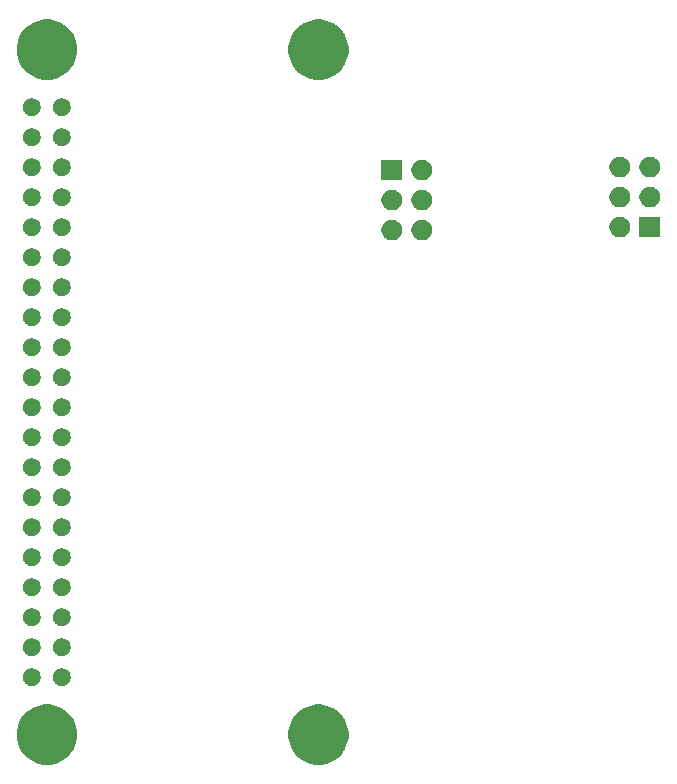
<source format=gbr>
G04 #@! TF.GenerationSoftware,KiCad,Pcbnew,(5.1.5)-3*
G04 #@! TF.CreationDate,2020-10-19T10:12:20-04:00*
G04 #@! TF.ProjectId,flight_computer,666c6967-6874-45f6-936f-6d7075746572,rev?*
G04 #@! TF.SameCoordinates,Original*
G04 #@! TF.FileFunction,Soldermask,Bot*
G04 #@! TF.FilePolarity,Negative*
%FSLAX46Y46*%
G04 Gerber Fmt 4.6, Leading zero omitted, Abs format (unit mm)*
G04 Created by KiCad (PCBNEW (5.1.5)-3) date 2020-10-19 10:12:20*
%MOMM*%
%LPD*%
G04 APERTURE LIST*
%ADD10C,0.100000*%
G04 APERTURE END LIST*
D10*
G36*
X106802098Y-129671033D02*
G01*
X107266350Y-129863332D01*
X107266352Y-129863333D01*
X107684168Y-130142509D01*
X108039491Y-130497832D01*
X108318667Y-130915648D01*
X108318668Y-130915650D01*
X108510967Y-131379902D01*
X108609000Y-131872747D01*
X108609000Y-132375253D01*
X108510967Y-132868098D01*
X108318668Y-133332350D01*
X108318667Y-133332352D01*
X108039491Y-133750168D01*
X107684168Y-134105491D01*
X107266352Y-134384667D01*
X107266351Y-134384668D01*
X107266350Y-134384668D01*
X106802098Y-134576967D01*
X106309253Y-134675000D01*
X105806747Y-134675000D01*
X105313902Y-134576967D01*
X104849650Y-134384668D01*
X104849649Y-134384668D01*
X104849648Y-134384667D01*
X104431832Y-134105491D01*
X104076509Y-133750168D01*
X103797333Y-133332352D01*
X103797332Y-133332350D01*
X103605033Y-132868098D01*
X103507000Y-132375253D01*
X103507000Y-131872747D01*
X103605033Y-131379902D01*
X103797332Y-130915650D01*
X103797333Y-130915648D01*
X104076509Y-130497832D01*
X104431832Y-130142509D01*
X104849648Y-129863333D01*
X104849650Y-129863332D01*
X105313902Y-129671033D01*
X105806747Y-129573000D01*
X106309253Y-129573000D01*
X106802098Y-129671033D01*
G37*
G36*
X83802098Y-129671033D02*
G01*
X84266350Y-129863332D01*
X84266352Y-129863333D01*
X84684168Y-130142509D01*
X85039491Y-130497832D01*
X85318667Y-130915648D01*
X85318668Y-130915650D01*
X85510967Y-131379902D01*
X85609000Y-131872747D01*
X85609000Y-132375253D01*
X85510967Y-132868098D01*
X85318668Y-133332350D01*
X85318667Y-133332352D01*
X85039491Y-133750168D01*
X84684168Y-134105491D01*
X84266352Y-134384667D01*
X84266351Y-134384668D01*
X84266350Y-134384668D01*
X83802098Y-134576967D01*
X83309253Y-134675000D01*
X82806747Y-134675000D01*
X82313902Y-134576967D01*
X81849650Y-134384668D01*
X81849649Y-134384668D01*
X81849648Y-134384667D01*
X81431832Y-134105491D01*
X81076509Y-133750168D01*
X80797333Y-133332352D01*
X80797332Y-133332350D01*
X80605033Y-132868098D01*
X80507000Y-132375253D01*
X80507000Y-131872747D01*
X80605033Y-131379902D01*
X80797332Y-130915650D01*
X80797333Y-130915648D01*
X81076509Y-130497832D01*
X81431832Y-130142509D01*
X81849648Y-129863333D01*
X81849650Y-129863332D01*
X82313902Y-129671033D01*
X82806747Y-129573000D01*
X83309253Y-129573000D01*
X83802098Y-129671033D01*
G37*
G36*
X81882425Y-126508599D02*
G01*
X82006621Y-126533302D01*
X82143022Y-126589801D01*
X82265779Y-126671825D01*
X82370175Y-126776221D01*
X82452199Y-126898978D01*
X82508698Y-127035379D01*
X82537500Y-127180181D01*
X82537500Y-127327819D01*
X82508698Y-127472621D01*
X82452199Y-127609022D01*
X82370175Y-127731779D01*
X82265779Y-127836175D01*
X82143022Y-127918199D01*
X82006621Y-127974698D01*
X81882425Y-127999401D01*
X81861820Y-128003500D01*
X81714180Y-128003500D01*
X81693575Y-127999401D01*
X81569379Y-127974698D01*
X81432978Y-127918199D01*
X81310221Y-127836175D01*
X81205825Y-127731779D01*
X81123801Y-127609022D01*
X81067302Y-127472621D01*
X81038500Y-127327819D01*
X81038500Y-127180181D01*
X81067302Y-127035379D01*
X81123801Y-126898978D01*
X81205825Y-126776221D01*
X81310221Y-126671825D01*
X81432978Y-126589801D01*
X81569379Y-126533302D01*
X81693575Y-126508599D01*
X81714180Y-126504500D01*
X81861820Y-126504500D01*
X81882425Y-126508599D01*
G37*
G36*
X84422425Y-126508599D02*
G01*
X84546621Y-126533302D01*
X84683022Y-126589801D01*
X84805779Y-126671825D01*
X84910175Y-126776221D01*
X84992199Y-126898978D01*
X85048698Y-127035379D01*
X85077500Y-127180181D01*
X85077500Y-127327819D01*
X85048698Y-127472621D01*
X84992199Y-127609022D01*
X84910175Y-127731779D01*
X84805779Y-127836175D01*
X84683022Y-127918199D01*
X84546621Y-127974698D01*
X84422425Y-127999401D01*
X84401820Y-128003500D01*
X84254180Y-128003500D01*
X84233575Y-127999401D01*
X84109379Y-127974698D01*
X83972978Y-127918199D01*
X83850221Y-127836175D01*
X83745825Y-127731779D01*
X83663801Y-127609022D01*
X83607302Y-127472621D01*
X83578500Y-127327819D01*
X83578500Y-127180181D01*
X83607302Y-127035379D01*
X83663801Y-126898978D01*
X83745825Y-126776221D01*
X83850221Y-126671825D01*
X83972978Y-126589801D01*
X84109379Y-126533302D01*
X84233575Y-126508599D01*
X84254180Y-126504500D01*
X84401820Y-126504500D01*
X84422425Y-126508599D01*
G37*
G36*
X81882425Y-123968599D02*
G01*
X82006621Y-123993302D01*
X82143022Y-124049801D01*
X82265779Y-124131825D01*
X82370175Y-124236221D01*
X82452199Y-124358978D01*
X82508698Y-124495379D01*
X82537500Y-124640181D01*
X82537500Y-124787819D01*
X82508698Y-124932621D01*
X82452199Y-125069022D01*
X82370175Y-125191779D01*
X82265779Y-125296175D01*
X82143022Y-125378199D01*
X82006621Y-125434698D01*
X81882425Y-125459401D01*
X81861820Y-125463500D01*
X81714180Y-125463500D01*
X81693575Y-125459401D01*
X81569379Y-125434698D01*
X81432978Y-125378199D01*
X81310221Y-125296175D01*
X81205825Y-125191779D01*
X81123801Y-125069022D01*
X81067302Y-124932621D01*
X81038500Y-124787819D01*
X81038500Y-124640181D01*
X81067302Y-124495379D01*
X81123801Y-124358978D01*
X81205825Y-124236221D01*
X81310221Y-124131825D01*
X81432978Y-124049801D01*
X81569379Y-123993302D01*
X81693575Y-123968599D01*
X81714180Y-123964500D01*
X81861820Y-123964500D01*
X81882425Y-123968599D01*
G37*
G36*
X84422425Y-123968599D02*
G01*
X84546621Y-123993302D01*
X84683022Y-124049801D01*
X84805779Y-124131825D01*
X84910175Y-124236221D01*
X84992199Y-124358978D01*
X85048698Y-124495379D01*
X85077500Y-124640181D01*
X85077500Y-124787819D01*
X85048698Y-124932621D01*
X84992199Y-125069022D01*
X84910175Y-125191779D01*
X84805779Y-125296175D01*
X84683022Y-125378199D01*
X84546621Y-125434698D01*
X84422425Y-125459401D01*
X84401820Y-125463500D01*
X84254180Y-125463500D01*
X84233575Y-125459401D01*
X84109379Y-125434698D01*
X83972978Y-125378199D01*
X83850221Y-125296175D01*
X83745825Y-125191779D01*
X83663801Y-125069022D01*
X83607302Y-124932621D01*
X83578500Y-124787819D01*
X83578500Y-124640181D01*
X83607302Y-124495379D01*
X83663801Y-124358978D01*
X83745825Y-124236221D01*
X83850221Y-124131825D01*
X83972978Y-124049801D01*
X84109379Y-123993302D01*
X84233575Y-123968599D01*
X84254180Y-123964500D01*
X84401820Y-123964500D01*
X84422425Y-123968599D01*
G37*
G36*
X84422425Y-121428599D02*
G01*
X84546621Y-121453302D01*
X84683022Y-121509801D01*
X84805779Y-121591825D01*
X84910175Y-121696221D01*
X84992199Y-121818978D01*
X85048698Y-121955379D01*
X85077500Y-122100181D01*
X85077500Y-122247819D01*
X85048698Y-122392621D01*
X84992199Y-122529022D01*
X84910175Y-122651779D01*
X84805779Y-122756175D01*
X84683022Y-122838199D01*
X84546621Y-122894698D01*
X84422425Y-122919401D01*
X84401820Y-122923500D01*
X84254180Y-122923500D01*
X84233575Y-122919401D01*
X84109379Y-122894698D01*
X83972978Y-122838199D01*
X83850221Y-122756175D01*
X83745825Y-122651779D01*
X83663801Y-122529022D01*
X83607302Y-122392621D01*
X83578500Y-122247819D01*
X83578500Y-122100181D01*
X83607302Y-121955379D01*
X83663801Y-121818978D01*
X83745825Y-121696221D01*
X83850221Y-121591825D01*
X83972978Y-121509801D01*
X84109379Y-121453302D01*
X84233575Y-121428599D01*
X84254180Y-121424500D01*
X84401820Y-121424500D01*
X84422425Y-121428599D01*
G37*
G36*
X81882425Y-121428599D02*
G01*
X82006621Y-121453302D01*
X82143022Y-121509801D01*
X82265779Y-121591825D01*
X82370175Y-121696221D01*
X82452199Y-121818978D01*
X82508698Y-121955379D01*
X82537500Y-122100181D01*
X82537500Y-122247819D01*
X82508698Y-122392621D01*
X82452199Y-122529022D01*
X82370175Y-122651779D01*
X82265779Y-122756175D01*
X82143022Y-122838199D01*
X82006621Y-122894698D01*
X81882425Y-122919401D01*
X81861820Y-122923500D01*
X81714180Y-122923500D01*
X81693575Y-122919401D01*
X81569379Y-122894698D01*
X81432978Y-122838199D01*
X81310221Y-122756175D01*
X81205825Y-122651779D01*
X81123801Y-122529022D01*
X81067302Y-122392621D01*
X81038500Y-122247819D01*
X81038500Y-122100181D01*
X81067302Y-121955379D01*
X81123801Y-121818978D01*
X81205825Y-121696221D01*
X81310221Y-121591825D01*
X81432978Y-121509801D01*
X81569379Y-121453302D01*
X81693575Y-121428599D01*
X81714180Y-121424500D01*
X81861820Y-121424500D01*
X81882425Y-121428599D01*
G37*
G36*
X84422425Y-118888599D02*
G01*
X84546621Y-118913302D01*
X84683022Y-118969801D01*
X84805779Y-119051825D01*
X84910175Y-119156221D01*
X84992199Y-119278978D01*
X85048698Y-119415379D01*
X85077500Y-119560181D01*
X85077500Y-119707819D01*
X85048698Y-119852621D01*
X84992199Y-119989022D01*
X84910175Y-120111779D01*
X84805779Y-120216175D01*
X84683022Y-120298199D01*
X84546621Y-120354698D01*
X84422425Y-120379401D01*
X84401820Y-120383500D01*
X84254180Y-120383500D01*
X84233575Y-120379401D01*
X84109379Y-120354698D01*
X83972978Y-120298199D01*
X83850221Y-120216175D01*
X83745825Y-120111779D01*
X83663801Y-119989022D01*
X83607302Y-119852621D01*
X83578500Y-119707819D01*
X83578500Y-119560181D01*
X83607302Y-119415379D01*
X83663801Y-119278978D01*
X83745825Y-119156221D01*
X83850221Y-119051825D01*
X83972978Y-118969801D01*
X84109379Y-118913302D01*
X84233575Y-118888599D01*
X84254180Y-118884500D01*
X84401820Y-118884500D01*
X84422425Y-118888599D01*
G37*
G36*
X81882425Y-118888599D02*
G01*
X82006621Y-118913302D01*
X82143022Y-118969801D01*
X82265779Y-119051825D01*
X82370175Y-119156221D01*
X82452199Y-119278978D01*
X82508698Y-119415379D01*
X82537500Y-119560181D01*
X82537500Y-119707819D01*
X82508698Y-119852621D01*
X82452199Y-119989022D01*
X82370175Y-120111779D01*
X82265779Y-120216175D01*
X82143022Y-120298199D01*
X82006621Y-120354698D01*
X81882425Y-120379401D01*
X81861820Y-120383500D01*
X81714180Y-120383500D01*
X81693575Y-120379401D01*
X81569379Y-120354698D01*
X81432978Y-120298199D01*
X81310221Y-120216175D01*
X81205825Y-120111779D01*
X81123801Y-119989022D01*
X81067302Y-119852621D01*
X81038500Y-119707819D01*
X81038500Y-119560181D01*
X81067302Y-119415379D01*
X81123801Y-119278978D01*
X81205825Y-119156221D01*
X81310221Y-119051825D01*
X81432978Y-118969801D01*
X81569379Y-118913302D01*
X81693575Y-118888599D01*
X81714180Y-118884500D01*
X81861820Y-118884500D01*
X81882425Y-118888599D01*
G37*
G36*
X81882425Y-116348599D02*
G01*
X82006621Y-116373302D01*
X82143022Y-116429801D01*
X82265779Y-116511825D01*
X82370175Y-116616221D01*
X82452199Y-116738978D01*
X82508698Y-116875379D01*
X82537500Y-117020181D01*
X82537500Y-117167819D01*
X82508698Y-117312621D01*
X82452199Y-117449022D01*
X82370175Y-117571779D01*
X82265779Y-117676175D01*
X82143022Y-117758199D01*
X82006621Y-117814698D01*
X81882425Y-117839401D01*
X81861820Y-117843500D01*
X81714180Y-117843500D01*
X81693575Y-117839401D01*
X81569379Y-117814698D01*
X81432978Y-117758199D01*
X81310221Y-117676175D01*
X81205825Y-117571779D01*
X81123801Y-117449022D01*
X81067302Y-117312621D01*
X81038500Y-117167819D01*
X81038500Y-117020181D01*
X81067302Y-116875379D01*
X81123801Y-116738978D01*
X81205825Y-116616221D01*
X81310221Y-116511825D01*
X81432978Y-116429801D01*
X81569379Y-116373302D01*
X81693575Y-116348599D01*
X81714180Y-116344500D01*
X81861820Y-116344500D01*
X81882425Y-116348599D01*
G37*
G36*
X84422425Y-116348599D02*
G01*
X84546621Y-116373302D01*
X84683022Y-116429801D01*
X84805779Y-116511825D01*
X84910175Y-116616221D01*
X84992199Y-116738978D01*
X85048698Y-116875379D01*
X85077500Y-117020181D01*
X85077500Y-117167819D01*
X85048698Y-117312621D01*
X84992199Y-117449022D01*
X84910175Y-117571779D01*
X84805779Y-117676175D01*
X84683022Y-117758199D01*
X84546621Y-117814698D01*
X84422425Y-117839401D01*
X84401820Y-117843500D01*
X84254180Y-117843500D01*
X84233575Y-117839401D01*
X84109379Y-117814698D01*
X83972978Y-117758199D01*
X83850221Y-117676175D01*
X83745825Y-117571779D01*
X83663801Y-117449022D01*
X83607302Y-117312621D01*
X83578500Y-117167819D01*
X83578500Y-117020181D01*
X83607302Y-116875379D01*
X83663801Y-116738978D01*
X83745825Y-116616221D01*
X83850221Y-116511825D01*
X83972978Y-116429801D01*
X84109379Y-116373302D01*
X84233575Y-116348599D01*
X84254180Y-116344500D01*
X84401820Y-116344500D01*
X84422425Y-116348599D01*
G37*
G36*
X84422425Y-113808599D02*
G01*
X84546621Y-113833302D01*
X84683022Y-113889801D01*
X84805779Y-113971825D01*
X84910175Y-114076221D01*
X84992199Y-114198978D01*
X85048698Y-114335379D01*
X85077500Y-114480181D01*
X85077500Y-114627819D01*
X85048698Y-114772621D01*
X84992199Y-114909022D01*
X84910175Y-115031779D01*
X84805779Y-115136175D01*
X84683022Y-115218199D01*
X84546621Y-115274698D01*
X84422425Y-115299401D01*
X84401820Y-115303500D01*
X84254180Y-115303500D01*
X84233575Y-115299401D01*
X84109379Y-115274698D01*
X83972978Y-115218199D01*
X83850221Y-115136175D01*
X83745825Y-115031779D01*
X83663801Y-114909022D01*
X83607302Y-114772621D01*
X83578500Y-114627819D01*
X83578500Y-114480181D01*
X83607302Y-114335379D01*
X83663801Y-114198978D01*
X83745825Y-114076221D01*
X83850221Y-113971825D01*
X83972978Y-113889801D01*
X84109379Y-113833302D01*
X84233575Y-113808599D01*
X84254180Y-113804500D01*
X84401820Y-113804500D01*
X84422425Y-113808599D01*
G37*
G36*
X81882425Y-113808599D02*
G01*
X82006621Y-113833302D01*
X82143022Y-113889801D01*
X82265779Y-113971825D01*
X82370175Y-114076221D01*
X82452199Y-114198978D01*
X82508698Y-114335379D01*
X82537500Y-114480181D01*
X82537500Y-114627819D01*
X82508698Y-114772621D01*
X82452199Y-114909022D01*
X82370175Y-115031779D01*
X82265779Y-115136175D01*
X82143022Y-115218199D01*
X82006621Y-115274698D01*
X81882425Y-115299401D01*
X81861820Y-115303500D01*
X81714180Y-115303500D01*
X81693575Y-115299401D01*
X81569379Y-115274698D01*
X81432978Y-115218199D01*
X81310221Y-115136175D01*
X81205825Y-115031779D01*
X81123801Y-114909022D01*
X81067302Y-114772621D01*
X81038500Y-114627819D01*
X81038500Y-114480181D01*
X81067302Y-114335379D01*
X81123801Y-114198978D01*
X81205825Y-114076221D01*
X81310221Y-113971825D01*
X81432978Y-113889801D01*
X81569379Y-113833302D01*
X81693575Y-113808599D01*
X81714180Y-113804500D01*
X81861820Y-113804500D01*
X81882425Y-113808599D01*
G37*
G36*
X81882425Y-111268599D02*
G01*
X82006621Y-111293302D01*
X82143022Y-111349801D01*
X82265779Y-111431825D01*
X82370175Y-111536221D01*
X82452199Y-111658978D01*
X82508698Y-111795379D01*
X82537500Y-111940181D01*
X82537500Y-112087819D01*
X82508698Y-112232621D01*
X82452199Y-112369022D01*
X82370175Y-112491779D01*
X82265779Y-112596175D01*
X82143022Y-112678199D01*
X82006621Y-112734698D01*
X81882425Y-112759401D01*
X81861820Y-112763500D01*
X81714180Y-112763500D01*
X81693575Y-112759401D01*
X81569379Y-112734698D01*
X81432978Y-112678199D01*
X81310221Y-112596175D01*
X81205825Y-112491779D01*
X81123801Y-112369022D01*
X81067302Y-112232621D01*
X81038500Y-112087819D01*
X81038500Y-111940181D01*
X81067302Y-111795379D01*
X81123801Y-111658978D01*
X81205825Y-111536221D01*
X81310221Y-111431825D01*
X81432978Y-111349801D01*
X81569379Y-111293302D01*
X81693575Y-111268599D01*
X81714180Y-111264500D01*
X81861820Y-111264500D01*
X81882425Y-111268599D01*
G37*
G36*
X84422425Y-111268599D02*
G01*
X84546621Y-111293302D01*
X84683022Y-111349801D01*
X84805779Y-111431825D01*
X84910175Y-111536221D01*
X84992199Y-111658978D01*
X85048698Y-111795379D01*
X85077500Y-111940181D01*
X85077500Y-112087819D01*
X85048698Y-112232621D01*
X84992199Y-112369022D01*
X84910175Y-112491779D01*
X84805779Y-112596175D01*
X84683022Y-112678199D01*
X84546621Y-112734698D01*
X84422425Y-112759401D01*
X84401820Y-112763500D01*
X84254180Y-112763500D01*
X84233575Y-112759401D01*
X84109379Y-112734698D01*
X83972978Y-112678199D01*
X83850221Y-112596175D01*
X83745825Y-112491779D01*
X83663801Y-112369022D01*
X83607302Y-112232621D01*
X83578500Y-112087819D01*
X83578500Y-111940181D01*
X83607302Y-111795379D01*
X83663801Y-111658978D01*
X83745825Y-111536221D01*
X83850221Y-111431825D01*
X83972978Y-111349801D01*
X84109379Y-111293302D01*
X84233575Y-111268599D01*
X84254180Y-111264500D01*
X84401820Y-111264500D01*
X84422425Y-111268599D01*
G37*
G36*
X81882425Y-108728599D02*
G01*
X82006621Y-108753302D01*
X82143022Y-108809801D01*
X82265779Y-108891825D01*
X82370175Y-108996221D01*
X82452199Y-109118978D01*
X82508698Y-109255379D01*
X82537500Y-109400181D01*
X82537500Y-109547819D01*
X82508698Y-109692621D01*
X82452199Y-109829022D01*
X82370175Y-109951779D01*
X82265779Y-110056175D01*
X82143022Y-110138199D01*
X82006621Y-110194698D01*
X81882425Y-110219401D01*
X81861820Y-110223500D01*
X81714180Y-110223500D01*
X81693575Y-110219401D01*
X81569379Y-110194698D01*
X81432978Y-110138199D01*
X81310221Y-110056175D01*
X81205825Y-109951779D01*
X81123801Y-109829022D01*
X81067302Y-109692621D01*
X81038500Y-109547819D01*
X81038500Y-109400181D01*
X81067302Y-109255379D01*
X81123801Y-109118978D01*
X81205825Y-108996221D01*
X81310221Y-108891825D01*
X81432978Y-108809801D01*
X81569379Y-108753302D01*
X81693575Y-108728599D01*
X81714180Y-108724500D01*
X81861820Y-108724500D01*
X81882425Y-108728599D01*
G37*
G36*
X84422425Y-108728599D02*
G01*
X84546621Y-108753302D01*
X84683022Y-108809801D01*
X84805779Y-108891825D01*
X84910175Y-108996221D01*
X84992199Y-109118978D01*
X85048698Y-109255379D01*
X85077500Y-109400181D01*
X85077500Y-109547819D01*
X85048698Y-109692621D01*
X84992199Y-109829022D01*
X84910175Y-109951779D01*
X84805779Y-110056175D01*
X84683022Y-110138199D01*
X84546621Y-110194698D01*
X84422425Y-110219401D01*
X84401820Y-110223500D01*
X84254180Y-110223500D01*
X84233575Y-110219401D01*
X84109379Y-110194698D01*
X83972978Y-110138199D01*
X83850221Y-110056175D01*
X83745825Y-109951779D01*
X83663801Y-109829022D01*
X83607302Y-109692621D01*
X83578500Y-109547819D01*
X83578500Y-109400181D01*
X83607302Y-109255379D01*
X83663801Y-109118978D01*
X83745825Y-108996221D01*
X83850221Y-108891825D01*
X83972978Y-108809801D01*
X84109379Y-108753302D01*
X84233575Y-108728599D01*
X84254180Y-108724500D01*
X84401820Y-108724500D01*
X84422425Y-108728599D01*
G37*
G36*
X81882425Y-106188599D02*
G01*
X82006621Y-106213302D01*
X82143022Y-106269801D01*
X82265779Y-106351825D01*
X82370175Y-106456221D01*
X82452199Y-106578978D01*
X82508698Y-106715379D01*
X82537500Y-106860181D01*
X82537500Y-107007819D01*
X82508698Y-107152621D01*
X82452199Y-107289022D01*
X82370175Y-107411779D01*
X82265779Y-107516175D01*
X82143022Y-107598199D01*
X82006621Y-107654698D01*
X81882425Y-107679401D01*
X81861820Y-107683500D01*
X81714180Y-107683500D01*
X81693575Y-107679401D01*
X81569379Y-107654698D01*
X81432978Y-107598199D01*
X81310221Y-107516175D01*
X81205825Y-107411779D01*
X81123801Y-107289022D01*
X81067302Y-107152621D01*
X81038500Y-107007819D01*
X81038500Y-106860181D01*
X81067302Y-106715379D01*
X81123801Y-106578978D01*
X81205825Y-106456221D01*
X81310221Y-106351825D01*
X81432978Y-106269801D01*
X81569379Y-106213302D01*
X81693575Y-106188599D01*
X81714180Y-106184500D01*
X81861820Y-106184500D01*
X81882425Y-106188599D01*
G37*
G36*
X84422425Y-106188599D02*
G01*
X84546621Y-106213302D01*
X84683022Y-106269801D01*
X84805779Y-106351825D01*
X84910175Y-106456221D01*
X84992199Y-106578978D01*
X85048698Y-106715379D01*
X85077500Y-106860181D01*
X85077500Y-107007819D01*
X85048698Y-107152621D01*
X84992199Y-107289022D01*
X84910175Y-107411779D01*
X84805779Y-107516175D01*
X84683022Y-107598199D01*
X84546621Y-107654698D01*
X84422425Y-107679401D01*
X84401820Y-107683500D01*
X84254180Y-107683500D01*
X84233575Y-107679401D01*
X84109379Y-107654698D01*
X83972978Y-107598199D01*
X83850221Y-107516175D01*
X83745825Y-107411779D01*
X83663801Y-107289022D01*
X83607302Y-107152621D01*
X83578500Y-107007819D01*
X83578500Y-106860181D01*
X83607302Y-106715379D01*
X83663801Y-106578978D01*
X83745825Y-106456221D01*
X83850221Y-106351825D01*
X83972978Y-106269801D01*
X84109379Y-106213302D01*
X84233575Y-106188599D01*
X84254180Y-106184500D01*
X84401820Y-106184500D01*
X84422425Y-106188599D01*
G37*
G36*
X81882425Y-103648599D02*
G01*
X82006621Y-103673302D01*
X82143022Y-103729801D01*
X82265779Y-103811825D01*
X82370175Y-103916221D01*
X82452199Y-104038978D01*
X82508698Y-104175379D01*
X82537500Y-104320181D01*
X82537500Y-104467819D01*
X82508698Y-104612621D01*
X82452199Y-104749022D01*
X82370175Y-104871779D01*
X82265779Y-104976175D01*
X82143022Y-105058199D01*
X82006621Y-105114698D01*
X81882425Y-105139401D01*
X81861820Y-105143500D01*
X81714180Y-105143500D01*
X81693575Y-105139401D01*
X81569379Y-105114698D01*
X81432978Y-105058199D01*
X81310221Y-104976175D01*
X81205825Y-104871779D01*
X81123801Y-104749022D01*
X81067302Y-104612621D01*
X81038500Y-104467819D01*
X81038500Y-104320181D01*
X81067302Y-104175379D01*
X81123801Y-104038978D01*
X81205825Y-103916221D01*
X81310221Y-103811825D01*
X81432978Y-103729801D01*
X81569379Y-103673302D01*
X81693575Y-103648599D01*
X81714180Y-103644500D01*
X81861820Y-103644500D01*
X81882425Y-103648599D01*
G37*
G36*
X84422425Y-103648599D02*
G01*
X84546621Y-103673302D01*
X84683022Y-103729801D01*
X84805779Y-103811825D01*
X84910175Y-103916221D01*
X84992199Y-104038978D01*
X85048698Y-104175379D01*
X85077500Y-104320181D01*
X85077500Y-104467819D01*
X85048698Y-104612621D01*
X84992199Y-104749022D01*
X84910175Y-104871779D01*
X84805779Y-104976175D01*
X84683022Y-105058199D01*
X84546621Y-105114698D01*
X84422425Y-105139401D01*
X84401820Y-105143500D01*
X84254180Y-105143500D01*
X84233575Y-105139401D01*
X84109379Y-105114698D01*
X83972978Y-105058199D01*
X83850221Y-104976175D01*
X83745825Y-104871779D01*
X83663801Y-104749022D01*
X83607302Y-104612621D01*
X83578500Y-104467819D01*
X83578500Y-104320181D01*
X83607302Y-104175379D01*
X83663801Y-104038978D01*
X83745825Y-103916221D01*
X83850221Y-103811825D01*
X83972978Y-103729801D01*
X84109379Y-103673302D01*
X84233575Y-103648599D01*
X84254180Y-103644500D01*
X84401820Y-103644500D01*
X84422425Y-103648599D01*
G37*
G36*
X81882425Y-101108599D02*
G01*
X82006621Y-101133302D01*
X82143022Y-101189801D01*
X82265779Y-101271825D01*
X82370175Y-101376221D01*
X82452199Y-101498978D01*
X82508698Y-101635379D01*
X82537500Y-101780181D01*
X82537500Y-101927819D01*
X82508698Y-102072621D01*
X82452199Y-102209022D01*
X82370175Y-102331779D01*
X82265779Y-102436175D01*
X82143022Y-102518199D01*
X82006621Y-102574698D01*
X81882425Y-102599401D01*
X81861820Y-102603500D01*
X81714180Y-102603500D01*
X81693575Y-102599401D01*
X81569379Y-102574698D01*
X81432978Y-102518199D01*
X81310221Y-102436175D01*
X81205825Y-102331779D01*
X81123801Y-102209022D01*
X81067302Y-102072621D01*
X81038500Y-101927819D01*
X81038500Y-101780181D01*
X81067302Y-101635379D01*
X81123801Y-101498978D01*
X81205825Y-101376221D01*
X81310221Y-101271825D01*
X81432978Y-101189801D01*
X81569379Y-101133302D01*
X81693575Y-101108599D01*
X81714180Y-101104500D01*
X81861820Y-101104500D01*
X81882425Y-101108599D01*
G37*
G36*
X84422425Y-101108599D02*
G01*
X84546621Y-101133302D01*
X84683022Y-101189801D01*
X84805779Y-101271825D01*
X84910175Y-101376221D01*
X84992199Y-101498978D01*
X85048698Y-101635379D01*
X85077500Y-101780181D01*
X85077500Y-101927819D01*
X85048698Y-102072621D01*
X84992199Y-102209022D01*
X84910175Y-102331779D01*
X84805779Y-102436175D01*
X84683022Y-102518199D01*
X84546621Y-102574698D01*
X84422425Y-102599401D01*
X84401820Y-102603500D01*
X84254180Y-102603500D01*
X84233575Y-102599401D01*
X84109379Y-102574698D01*
X83972978Y-102518199D01*
X83850221Y-102436175D01*
X83745825Y-102331779D01*
X83663801Y-102209022D01*
X83607302Y-102072621D01*
X83578500Y-101927819D01*
X83578500Y-101780181D01*
X83607302Y-101635379D01*
X83663801Y-101498978D01*
X83745825Y-101376221D01*
X83850221Y-101271825D01*
X83972978Y-101189801D01*
X84109379Y-101133302D01*
X84233575Y-101108599D01*
X84254180Y-101104500D01*
X84401820Y-101104500D01*
X84422425Y-101108599D01*
G37*
G36*
X81882425Y-98568599D02*
G01*
X82006621Y-98593302D01*
X82143022Y-98649801D01*
X82265779Y-98731825D01*
X82370175Y-98836221D01*
X82452199Y-98958978D01*
X82508698Y-99095379D01*
X82537500Y-99240181D01*
X82537500Y-99387819D01*
X82508698Y-99532621D01*
X82452199Y-99669022D01*
X82370175Y-99791779D01*
X82265779Y-99896175D01*
X82143022Y-99978199D01*
X82006621Y-100034698D01*
X81882425Y-100059401D01*
X81861820Y-100063500D01*
X81714180Y-100063500D01*
X81693575Y-100059401D01*
X81569379Y-100034698D01*
X81432978Y-99978199D01*
X81310221Y-99896175D01*
X81205825Y-99791779D01*
X81123801Y-99669022D01*
X81067302Y-99532621D01*
X81038500Y-99387819D01*
X81038500Y-99240181D01*
X81067302Y-99095379D01*
X81123801Y-98958978D01*
X81205825Y-98836221D01*
X81310221Y-98731825D01*
X81432978Y-98649801D01*
X81569379Y-98593302D01*
X81693575Y-98568599D01*
X81714180Y-98564500D01*
X81861820Y-98564500D01*
X81882425Y-98568599D01*
G37*
G36*
X84422425Y-98568599D02*
G01*
X84546621Y-98593302D01*
X84683022Y-98649801D01*
X84805779Y-98731825D01*
X84910175Y-98836221D01*
X84992199Y-98958978D01*
X85048698Y-99095379D01*
X85077500Y-99240181D01*
X85077500Y-99387819D01*
X85048698Y-99532621D01*
X84992199Y-99669022D01*
X84910175Y-99791779D01*
X84805779Y-99896175D01*
X84683022Y-99978199D01*
X84546621Y-100034698D01*
X84422425Y-100059401D01*
X84401820Y-100063500D01*
X84254180Y-100063500D01*
X84233575Y-100059401D01*
X84109379Y-100034698D01*
X83972978Y-99978199D01*
X83850221Y-99896175D01*
X83745825Y-99791779D01*
X83663801Y-99669022D01*
X83607302Y-99532621D01*
X83578500Y-99387819D01*
X83578500Y-99240181D01*
X83607302Y-99095379D01*
X83663801Y-98958978D01*
X83745825Y-98836221D01*
X83850221Y-98731825D01*
X83972978Y-98649801D01*
X84109379Y-98593302D01*
X84233575Y-98568599D01*
X84254180Y-98564500D01*
X84401820Y-98564500D01*
X84422425Y-98568599D01*
G37*
G36*
X84422425Y-96028599D02*
G01*
X84546621Y-96053302D01*
X84683022Y-96109801D01*
X84805779Y-96191825D01*
X84910175Y-96296221D01*
X84992199Y-96418978D01*
X85048698Y-96555379D01*
X85077500Y-96700181D01*
X85077500Y-96847819D01*
X85048698Y-96992621D01*
X84992199Y-97129022D01*
X84910175Y-97251779D01*
X84805779Y-97356175D01*
X84683022Y-97438199D01*
X84546621Y-97494698D01*
X84422425Y-97519401D01*
X84401820Y-97523500D01*
X84254180Y-97523500D01*
X84233575Y-97519401D01*
X84109379Y-97494698D01*
X83972978Y-97438199D01*
X83850221Y-97356175D01*
X83745825Y-97251779D01*
X83663801Y-97129022D01*
X83607302Y-96992621D01*
X83578500Y-96847819D01*
X83578500Y-96700181D01*
X83607302Y-96555379D01*
X83663801Y-96418978D01*
X83745825Y-96296221D01*
X83850221Y-96191825D01*
X83972978Y-96109801D01*
X84109379Y-96053302D01*
X84233575Y-96028599D01*
X84254180Y-96024500D01*
X84401820Y-96024500D01*
X84422425Y-96028599D01*
G37*
G36*
X81882425Y-96028599D02*
G01*
X82006621Y-96053302D01*
X82143022Y-96109801D01*
X82265779Y-96191825D01*
X82370175Y-96296221D01*
X82452199Y-96418978D01*
X82508698Y-96555379D01*
X82537500Y-96700181D01*
X82537500Y-96847819D01*
X82508698Y-96992621D01*
X82452199Y-97129022D01*
X82370175Y-97251779D01*
X82265779Y-97356175D01*
X82143022Y-97438199D01*
X82006621Y-97494698D01*
X81882425Y-97519401D01*
X81861820Y-97523500D01*
X81714180Y-97523500D01*
X81693575Y-97519401D01*
X81569379Y-97494698D01*
X81432978Y-97438199D01*
X81310221Y-97356175D01*
X81205825Y-97251779D01*
X81123801Y-97129022D01*
X81067302Y-96992621D01*
X81038500Y-96847819D01*
X81038500Y-96700181D01*
X81067302Y-96555379D01*
X81123801Y-96418978D01*
X81205825Y-96296221D01*
X81310221Y-96191825D01*
X81432978Y-96109801D01*
X81569379Y-96053302D01*
X81693575Y-96028599D01*
X81714180Y-96024500D01*
X81861820Y-96024500D01*
X81882425Y-96028599D01*
G37*
G36*
X81882425Y-93488599D02*
G01*
X82006621Y-93513302D01*
X82143022Y-93569801D01*
X82265779Y-93651825D01*
X82370175Y-93756221D01*
X82452199Y-93878978D01*
X82508698Y-94015379D01*
X82537500Y-94160181D01*
X82537500Y-94307819D01*
X82508698Y-94452621D01*
X82452199Y-94589022D01*
X82370175Y-94711779D01*
X82265779Y-94816175D01*
X82143022Y-94898199D01*
X82006621Y-94954698D01*
X81882425Y-94979401D01*
X81861820Y-94983500D01*
X81714180Y-94983500D01*
X81693575Y-94979401D01*
X81569379Y-94954698D01*
X81432978Y-94898199D01*
X81310221Y-94816175D01*
X81205825Y-94711779D01*
X81123801Y-94589022D01*
X81067302Y-94452621D01*
X81038500Y-94307819D01*
X81038500Y-94160181D01*
X81067302Y-94015379D01*
X81123801Y-93878978D01*
X81205825Y-93756221D01*
X81310221Y-93651825D01*
X81432978Y-93569801D01*
X81569379Y-93513302D01*
X81693575Y-93488599D01*
X81714180Y-93484500D01*
X81861820Y-93484500D01*
X81882425Y-93488599D01*
G37*
G36*
X84422425Y-93488599D02*
G01*
X84546621Y-93513302D01*
X84683022Y-93569801D01*
X84805779Y-93651825D01*
X84910175Y-93756221D01*
X84992199Y-93878978D01*
X85048698Y-94015379D01*
X85077500Y-94160181D01*
X85077500Y-94307819D01*
X85048698Y-94452621D01*
X84992199Y-94589022D01*
X84910175Y-94711779D01*
X84805779Y-94816175D01*
X84683022Y-94898199D01*
X84546621Y-94954698D01*
X84422425Y-94979401D01*
X84401820Y-94983500D01*
X84254180Y-94983500D01*
X84233575Y-94979401D01*
X84109379Y-94954698D01*
X83972978Y-94898199D01*
X83850221Y-94816175D01*
X83745825Y-94711779D01*
X83663801Y-94589022D01*
X83607302Y-94452621D01*
X83578500Y-94307819D01*
X83578500Y-94160181D01*
X83607302Y-94015379D01*
X83663801Y-93878978D01*
X83745825Y-93756221D01*
X83850221Y-93651825D01*
X83972978Y-93569801D01*
X84109379Y-93513302D01*
X84233575Y-93488599D01*
X84254180Y-93484500D01*
X84401820Y-93484500D01*
X84422425Y-93488599D01*
G37*
G36*
X81882425Y-90948599D02*
G01*
X82006621Y-90973302D01*
X82143022Y-91029801D01*
X82265779Y-91111825D01*
X82370175Y-91216221D01*
X82452199Y-91338978D01*
X82508698Y-91475379D01*
X82537500Y-91620181D01*
X82537500Y-91767819D01*
X82508698Y-91912621D01*
X82452199Y-92049022D01*
X82370175Y-92171779D01*
X82265779Y-92276175D01*
X82143022Y-92358199D01*
X82006621Y-92414698D01*
X81882425Y-92439401D01*
X81861820Y-92443500D01*
X81714180Y-92443500D01*
X81693575Y-92439401D01*
X81569379Y-92414698D01*
X81432978Y-92358199D01*
X81310221Y-92276175D01*
X81205825Y-92171779D01*
X81123801Y-92049022D01*
X81067302Y-91912621D01*
X81038500Y-91767819D01*
X81038500Y-91620181D01*
X81067302Y-91475379D01*
X81123801Y-91338978D01*
X81205825Y-91216221D01*
X81310221Y-91111825D01*
X81432978Y-91029801D01*
X81569379Y-90973302D01*
X81693575Y-90948599D01*
X81714180Y-90944500D01*
X81861820Y-90944500D01*
X81882425Y-90948599D01*
G37*
G36*
X84422425Y-90948599D02*
G01*
X84546621Y-90973302D01*
X84683022Y-91029801D01*
X84805779Y-91111825D01*
X84910175Y-91216221D01*
X84992199Y-91338978D01*
X85048698Y-91475379D01*
X85077500Y-91620181D01*
X85077500Y-91767819D01*
X85048698Y-91912621D01*
X84992199Y-92049022D01*
X84910175Y-92171779D01*
X84805779Y-92276175D01*
X84683022Y-92358199D01*
X84546621Y-92414698D01*
X84422425Y-92439401D01*
X84401820Y-92443500D01*
X84254180Y-92443500D01*
X84233575Y-92439401D01*
X84109379Y-92414698D01*
X83972978Y-92358199D01*
X83850221Y-92276175D01*
X83745825Y-92171779D01*
X83663801Y-92049022D01*
X83607302Y-91912621D01*
X83578500Y-91767819D01*
X83578500Y-91620181D01*
X83607302Y-91475379D01*
X83663801Y-91338978D01*
X83745825Y-91216221D01*
X83850221Y-91111825D01*
X83972978Y-91029801D01*
X84109379Y-90973302D01*
X84233575Y-90948599D01*
X84254180Y-90944500D01*
X84401820Y-90944500D01*
X84422425Y-90948599D01*
G37*
G36*
X112438997Y-88548342D02*
G01*
X112523666Y-88565183D01*
X112589738Y-88592551D01*
X112683177Y-88631255D01*
X112826736Y-88727178D01*
X112948822Y-88849264D01*
X113044745Y-88992823D01*
X113110817Y-89152335D01*
X113144500Y-89321671D01*
X113144500Y-89494329D01*
X113110817Y-89663665D01*
X113044745Y-89823177D01*
X112948822Y-89966736D01*
X112826736Y-90088822D01*
X112683177Y-90184745D01*
X112589738Y-90223449D01*
X112523666Y-90250817D01*
X112438997Y-90267658D01*
X112354329Y-90284500D01*
X112181671Y-90284500D01*
X112097003Y-90267658D01*
X112012334Y-90250817D01*
X111946262Y-90223449D01*
X111852823Y-90184745D01*
X111709264Y-90088822D01*
X111587178Y-89966736D01*
X111491255Y-89823177D01*
X111425183Y-89663665D01*
X111391500Y-89494329D01*
X111391500Y-89321671D01*
X111425183Y-89152335D01*
X111491255Y-88992823D01*
X111587178Y-88849264D01*
X111709264Y-88727178D01*
X111852823Y-88631255D01*
X111946262Y-88592551D01*
X112012334Y-88565183D01*
X112097003Y-88548342D01*
X112181671Y-88531500D01*
X112354329Y-88531500D01*
X112438997Y-88548342D01*
G37*
G36*
X114978997Y-88548342D02*
G01*
X115063666Y-88565183D01*
X115129738Y-88592551D01*
X115223177Y-88631255D01*
X115366736Y-88727178D01*
X115488822Y-88849264D01*
X115584745Y-88992823D01*
X115650817Y-89152335D01*
X115684500Y-89321671D01*
X115684500Y-89494329D01*
X115650817Y-89663665D01*
X115584745Y-89823177D01*
X115488822Y-89966736D01*
X115366736Y-90088822D01*
X115223177Y-90184745D01*
X115129738Y-90223449D01*
X115063666Y-90250817D01*
X114978997Y-90267658D01*
X114894329Y-90284500D01*
X114721671Y-90284500D01*
X114637003Y-90267658D01*
X114552334Y-90250817D01*
X114486262Y-90223449D01*
X114392823Y-90184745D01*
X114249264Y-90088822D01*
X114127178Y-89966736D01*
X114031255Y-89823177D01*
X113965183Y-89663665D01*
X113931500Y-89494329D01*
X113931500Y-89321671D01*
X113965183Y-89152335D01*
X114031255Y-88992823D01*
X114127178Y-88849264D01*
X114249264Y-88727178D01*
X114392823Y-88631255D01*
X114486262Y-88592551D01*
X114552334Y-88565183D01*
X114637003Y-88548342D01*
X114721671Y-88531500D01*
X114894329Y-88531500D01*
X114978997Y-88548342D01*
G37*
G36*
X134988500Y-90030500D02*
G01*
X133235500Y-90030500D01*
X133235500Y-88277500D01*
X134988500Y-88277500D01*
X134988500Y-90030500D01*
G37*
G36*
X131742997Y-88294341D02*
G01*
X131827666Y-88311183D01*
X131893738Y-88338551D01*
X131987177Y-88377255D01*
X132130736Y-88473178D01*
X132252822Y-88595264D01*
X132348745Y-88738823D01*
X132414817Y-88898335D01*
X132448500Y-89067671D01*
X132448500Y-89240329D01*
X132414817Y-89409665D01*
X132348745Y-89569177D01*
X132252822Y-89712736D01*
X132130736Y-89834822D01*
X131987177Y-89930745D01*
X131900287Y-89966736D01*
X131827666Y-89996817D01*
X131742997Y-90013659D01*
X131658329Y-90030500D01*
X131485671Y-90030500D01*
X131401003Y-90013659D01*
X131316334Y-89996817D01*
X131243713Y-89966736D01*
X131156823Y-89930745D01*
X131013264Y-89834822D01*
X130891178Y-89712736D01*
X130795255Y-89569177D01*
X130729183Y-89409665D01*
X130695500Y-89240329D01*
X130695500Y-89067671D01*
X130729183Y-88898335D01*
X130795255Y-88738823D01*
X130891178Y-88595264D01*
X131013264Y-88473178D01*
X131156823Y-88377255D01*
X131250262Y-88338551D01*
X131316334Y-88311183D01*
X131401003Y-88294342D01*
X131485671Y-88277500D01*
X131658329Y-88277500D01*
X131742997Y-88294341D01*
G37*
G36*
X81882425Y-88408599D02*
G01*
X82006621Y-88433302D01*
X82143022Y-88489801D01*
X82265779Y-88571825D01*
X82370175Y-88676221D01*
X82452199Y-88798978D01*
X82508698Y-88935379D01*
X82537500Y-89080181D01*
X82537500Y-89227819D01*
X82508698Y-89372621D01*
X82452199Y-89509022D01*
X82370175Y-89631779D01*
X82265779Y-89736175D01*
X82143022Y-89818199D01*
X82006621Y-89874698D01*
X81882425Y-89899401D01*
X81861820Y-89903500D01*
X81714180Y-89903500D01*
X81693575Y-89899401D01*
X81569379Y-89874698D01*
X81432978Y-89818199D01*
X81310221Y-89736175D01*
X81205825Y-89631779D01*
X81123801Y-89509022D01*
X81067302Y-89372621D01*
X81038500Y-89227819D01*
X81038500Y-89080181D01*
X81067302Y-88935379D01*
X81123801Y-88798978D01*
X81205825Y-88676221D01*
X81310221Y-88571825D01*
X81432978Y-88489801D01*
X81569379Y-88433302D01*
X81693575Y-88408599D01*
X81714180Y-88404500D01*
X81861820Y-88404500D01*
X81882425Y-88408599D01*
G37*
G36*
X84422425Y-88408599D02*
G01*
X84546621Y-88433302D01*
X84683022Y-88489801D01*
X84805779Y-88571825D01*
X84910175Y-88676221D01*
X84992199Y-88798978D01*
X85048698Y-88935379D01*
X85077500Y-89080181D01*
X85077500Y-89227819D01*
X85048698Y-89372621D01*
X84992199Y-89509022D01*
X84910175Y-89631779D01*
X84805779Y-89736175D01*
X84683022Y-89818199D01*
X84546621Y-89874698D01*
X84422425Y-89899401D01*
X84401820Y-89903500D01*
X84254180Y-89903500D01*
X84233575Y-89899401D01*
X84109379Y-89874698D01*
X83972978Y-89818199D01*
X83850221Y-89736175D01*
X83745825Y-89631779D01*
X83663801Y-89509022D01*
X83607302Y-89372621D01*
X83578500Y-89227819D01*
X83578500Y-89080181D01*
X83607302Y-88935379D01*
X83663801Y-88798978D01*
X83745825Y-88676221D01*
X83850221Y-88571825D01*
X83972978Y-88489801D01*
X84109379Y-88433302D01*
X84233575Y-88408599D01*
X84254180Y-88404500D01*
X84401820Y-88404500D01*
X84422425Y-88408599D01*
G37*
G36*
X112438997Y-86008342D02*
G01*
X112523666Y-86025183D01*
X112589738Y-86052551D01*
X112683177Y-86091255D01*
X112826736Y-86187178D01*
X112948822Y-86309264D01*
X113044745Y-86452823D01*
X113110817Y-86612335D01*
X113144500Y-86781671D01*
X113144500Y-86954329D01*
X113110817Y-87123665D01*
X113044745Y-87283177D01*
X112948822Y-87426736D01*
X112826736Y-87548822D01*
X112683177Y-87644745D01*
X112589738Y-87683449D01*
X112523666Y-87710817D01*
X112438997Y-87727658D01*
X112354329Y-87744500D01*
X112181671Y-87744500D01*
X112097003Y-87727658D01*
X112012334Y-87710817D01*
X111946262Y-87683449D01*
X111852823Y-87644745D01*
X111709264Y-87548822D01*
X111587178Y-87426736D01*
X111491255Y-87283177D01*
X111425183Y-87123665D01*
X111391500Y-86954329D01*
X111391500Y-86781671D01*
X111425183Y-86612335D01*
X111491255Y-86452823D01*
X111587178Y-86309264D01*
X111709264Y-86187178D01*
X111852823Y-86091255D01*
X111946262Y-86052551D01*
X112012334Y-86025183D01*
X112097003Y-86008341D01*
X112181671Y-85991500D01*
X112354329Y-85991500D01*
X112438997Y-86008342D01*
G37*
G36*
X114978997Y-86008342D02*
G01*
X115063666Y-86025183D01*
X115129738Y-86052551D01*
X115223177Y-86091255D01*
X115366736Y-86187178D01*
X115488822Y-86309264D01*
X115584745Y-86452823D01*
X115650817Y-86612335D01*
X115684500Y-86781671D01*
X115684500Y-86954329D01*
X115650817Y-87123665D01*
X115584745Y-87283177D01*
X115488822Y-87426736D01*
X115366736Y-87548822D01*
X115223177Y-87644745D01*
X115129738Y-87683449D01*
X115063666Y-87710817D01*
X114978997Y-87727658D01*
X114894329Y-87744500D01*
X114721671Y-87744500D01*
X114637003Y-87727658D01*
X114552334Y-87710817D01*
X114486262Y-87683449D01*
X114392823Y-87644745D01*
X114249264Y-87548822D01*
X114127178Y-87426736D01*
X114031255Y-87283177D01*
X113965183Y-87123665D01*
X113931500Y-86954329D01*
X113931500Y-86781671D01*
X113965183Y-86612335D01*
X114031255Y-86452823D01*
X114127178Y-86309264D01*
X114249264Y-86187178D01*
X114392823Y-86091255D01*
X114486262Y-86052551D01*
X114552334Y-86025183D01*
X114637003Y-86008341D01*
X114721671Y-85991500D01*
X114894329Y-85991500D01*
X114978997Y-86008342D01*
G37*
G36*
X131742997Y-85754342D02*
G01*
X131827666Y-85771183D01*
X131893738Y-85798551D01*
X131987177Y-85837255D01*
X132130736Y-85933178D01*
X132252822Y-86055264D01*
X132348745Y-86198823D01*
X132414817Y-86358335D01*
X132448500Y-86527671D01*
X132448500Y-86700329D01*
X132414817Y-86869665D01*
X132348745Y-87029177D01*
X132252822Y-87172736D01*
X132130736Y-87294822D01*
X131987177Y-87390745D01*
X131900287Y-87426736D01*
X131827666Y-87456817D01*
X131742997Y-87473658D01*
X131658329Y-87490500D01*
X131485671Y-87490500D01*
X131401003Y-87473658D01*
X131316334Y-87456817D01*
X131243713Y-87426736D01*
X131156823Y-87390745D01*
X131013264Y-87294822D01*
X130891178Y-87172736D01*
X130795255Y-87029177D01*
X130729183Y-86869665D01*
X130695500Y-86700329D01*
X130695500Y-86527671D01*
X130729183Y-86358335D01*
X130795255Y-86198823D01*
X130891178Y-86055264D01*
X131013264Y-85933178D01*
X131156823Y-85837255D01*
X131250262Y-85798551D01*
X131316334Y-85771183D01*
X131401003Y-85754342D01*
X131485671Y-85737500D01*
X131658329Y-85737500D01*
X131742997Y-85754342D01*
G37*
G36*
X134282997Y-85754342D02*
G01*
X134367666Y-85771183D01*
X134433738Y-85798551D01*
X134527177Y-85837255D01*
X134670736Y-85933178D01*
X134792822Y-86055264D01*
X134888745Y-86198823D01*
X134954817Y-86358335D01*
X134988500Y-86527671D01*
X134988500Y-86700329D01*
X134954817Y-86869665D01*
X134888745Y-87029177D01*
X134792822Y-87172736D01*
X134670736Y-87294822D01*
X134527177Y-87390745D01*
X134440287Y-87426736D01*
X134367666Y-87456817D01*
X134282997Y-87473658D01*
X134198329Y-87490500D01*
X134025671Y-87490500D01*
X133941003Y-87473658D01*
X133856334Y-87456817D01*
X133783713Y-87426736D01*
X133696823Y-87390745D01*
X133553264Y-87294822D01*
X133431178Y-87172736D01*
X133335255Y-87029177D01*
X133269183Y-86869665D01*
X133235500Y-86700329D01*
X133235500Y-86527671D01*
X133269183Y-86358335D01*
X133335255Y-86198823D01*
X133431178Y-86055264D01*
X133553264Y-85933178D01*
X133696823Y-85837255D01*
X133790262Y-85798551D01*
X133856334Y-85771183D01*
X133941003Y-85754342D01*
X134025671Y-85737500D01*
X134198329Y-85737500D01*
X134282997Y-85754342D01*
G37*
G36*
X81882425Y-85868599D02*
G01*
X82006621Y-85893302D01*
X82143022Y-85949801D01*
X82265779Y-86031825D01*
X82370175Y-86136221D01*
X82452199Y-86258978D01*
X82508698Y-86395379D01*
X82537500Y-86540181D01*
X82537500Y-86687819D01*
X82508698Y-86832621D01*
X82452199Y-86969022D01*
X82370175Y-87091779D01*
X82265779Y-87196175D01*
X82143022Y-87278199D01*
X82006621Y-87334698D01*
X81882425Y-87359401D01*
X81861820Y-87363500D01*
X81714180Y-87363500D01*
X81693575Y-87359401D01*
X81569379Y-87334698D01*
X81432978Y-87278199D01*
X81310221Y-87196175D01*
X81205825Y-87091779D01*
X81123801Y-86969022D01*
X81067302Y-86832621D01*
X81038500Y-86687819D01*
X81038500Y-86540181D01*
X81067302Y-86395379D01*
X81123801Y-86258978D01*
X81205825Y-86136221D01*
X81310221Y-86031825D01*
X81432978Y-85949801D01*
X81569379Y-85893302D01*
X81693575Y-85868599D01*
X81714180Y-85864500D01*
X81861820Y-85864500D01*
X81882425Y-85868599D01*
G37*
G36*
X84422425Y-85868599D02*
G01*
X84546621Y-85893302D01*
X84683022Y-85949801D01*
X84805779Y-86031825D01*
X84910175Y-86136221D01*
X84992199Y-86258978D01*
X85048698Y-86395379D01*
X85077500Y-86540181D01*
X85077500Y-86687819D01*
X85048698Y-86832621D01*
X84992199Y-86969022D01*
X84910175Y-87091779D01*
X84805779Y-87196175D01*
X84683022Y-87278199D01*
X84546621Y-87334698D01*
X84422425Y-87359401D01*
X84401820Y-87363500D01*
X84254180Y-87363500D01*
X84233575Y-87359401D01*
X84109379Y-87334698D01*
X83972978Y-87278199D01*
X83850221Y-87196175D01*
X83745825Y-87091779D01*
X83663801Y-86969022D01*
X83607302Y-86832621D01*
X83578500Y-86687819D01*
X83578500Y-86540181D01*
X83607302Y-86395379D01*
X83663801Y-86258978D01*
X83745825Y-86136221D01*
X83850221Y-86031825D01*
X83972978Y-85949801D01*
X84109379Y-85893302D01*
X84233575Y-85868599D01*
X84254180Y-85864500D01*
X84401820Y-85864500D01*
X84422425Y-85868599D01*
G37*
G36*
X113144500Y-85204500D02*
G01*
X111391500Y-85204500D01*
X111391500Y-83451500D01*
X113144500Y-83451500D01*
X113144500Y-85204500D01*
G37*
G36*
X114978997Y-83468342D02*
G01*
X115063666Y-83485183D01*
X115129738Y-83512551D01*
X115223177Y-83551255D01*
X115366736Y-83647178D01*
X115488822Y-83769264D01*
X115584745Y-83912823D01*
X115650817Y-84072335D01*
X115684500Y-84241671D01*
X115684500Y-84414329D01*
X115650817Y-84583665D01*
X115584745Y-84743177D01*
X115488822Y-84886736D01*
X115366736Y-85008822D01*
X115223177Y-85104745D01*
X115129738Y-85143449D01*
X115063666Y-85170817D01*
X114978997Y-85187659D01*
X114894329Y-85204500D01*
X114721671Y-85204500D01*
X114637003Y-85187658D01*
X114552334Y-85170817D01*
X114486262Y-85143449D01*
X114392823Y-85104745D01*
X114249264Y-85008822D01*
X114127178Y-84886736D01*
X114031255Y-84743177D01*
X113965183Y-84583665D01*
X113931500Y-84414329D01*
X113931500Y-84241671D01*
X113965183Y-84072335D01*
X114031255Y-83912823D01*
X114127178Y-83769264D01*
X114249264Y-83647178D01*
X114392823Y-83551255D01*
X114486262Y-83512551D01*
X114552334Y-83485183D01*
X114637003Y-83468342D01*
X114721671Y-83451500D01*
X114894329Y-83451500D01*
X114978997Y-83468342D01*
G37*
G36*
X134282997Y-83214342D02*
G01*
X134367666Y-83231183D01*
X134433738Y-83258551D01*
X134527177Y-83297255D01*
X134670736Y-83393178D01*
X134792822Y-83515264D01*
X134888745Y-83658823D01*
X134954817Y-83818335D01*
X134988500Y-83987671D01*
X134988500Y-84160329D01*
X134954817Y-84329665D01*
X134888745Y-84489177D01*
X134792822Y-84632736D01*
X134670736Y-84754822D01*
X134527177Y-84850745D01*
X134440287Y-84886736D01*
X134367666Y-84916817D01*
X134282997Y-84933659D01*
X134198329Y-84950500D01*
X134025671Y-84950500D01*
X133941003Y-84933659D01*
X133856334Y-84916817D01*
X133783713Y-84886736D01*
X133696823Y-84850745D01*
X133553264Y-84754822D01*
X133431178Y-84632736D01*
X133335255Y-84489177D01*
X133269183Y-84329665D01*
X133235500Y-84160329D01*
X133235500Y-83987671D01*
X133269183Y-83818335D01*
X133335255Y-83658823D01*
X133431178Y-83515264D01*
X133553264Y-83393178D01*
X133696823Y-83297255D01*
X133790262Y-83258551D01*
X133856334Y-83231183D01*
X133941003Y-83214342D01*
X134025671Y-83197500D01*
X134198329Y-83197500D01*
X134282997Y-83214342D01*
G37*
G36*
X131742997Y-83214342D02*
G01*
X131827666Y-83231183D01*
X131893738Y-83258551D01*
X131987177Y-83297255D01*
X132130736Y-83393178D01*
X132252822Y-83515264D01*
X132348745Y-83658823D01*
X132414817Y-83818335D01*
X132448500Y-83987671D01*
X132448500Y-84160329D01*
X132414817Y-84329665D01*
X132348745Y-84489177D01*
X132252822Y-84632736D01*
X132130736Y-84754822D01*
X131987177Y-84850745D01*
X131900287Y-84886736D01*
X131827666Y-84916817D01*
X131742997Y-84933659D01*
X131658329Y-84950500D01*
X131485671Y-84950500D01*
X131401003Y-84933659D01*
X131316334Y-84916817D01*
X131243713Y-84886736D01*
X131156823Y-84850745D01*
X131013264Y-84754822D01*
X130891178Y-84632736D01*
X130795255Y-84489177D01*
X130729183Y-84329665D01*
X130695500Y-84160329D01*
X130695500Y-83987671D01*
X130729183Y-83818335D01*
X130795255Y-83658823D01*
X130891178Y-83515264D01*
X131013264Y-83393178D01*
X131156823Y-83297255D01*
X131250262Y-83258551D01*
X131316334Y-83231183D01*
X131401003Y-83214342D01*
X131485671Y-83197500D01*
X131658329Y-83197500D01*
X131742997Y-83214342D01*
G37*
G36*
X81882425Y-83328599D02*
G01*
X82006621Y-83353302D01*
X82143022Y-83409801D01*
X82265779Y-83491825D01*
X82370175Y-83596221D01*
X82452199Y-83718978D01*
X82508698Y-83855379D01*
X82537500Y-84000181D01*
X82537500Y-84147819D01*
X82508698Y-84292621D01*
X82452199Y-84429022D01*
X82370175Y-84551779D01*
X82265779Y-84656175D01*
X82143022Y-84738199D01*
X82006621Y-84794698D01*
X81882425Y-84819401D01*
X81861820Y-84823500D01*
X81714180Y-84823500D01*
X81693575Y-84819401D01*
X81569379Y-84794698D01*
X81432978Y-84738199D01*
X81310221Y-84656175D01*
X81205825Y-84551779D01*
X81123801Y-84429022D01*
X81067302Y-84292621D01*
X81038500Y-84147819D01*
X81038500Y-84000181D01*
X81067302Y-83855379D01*
X81123801Y-83718978D01*
X81205825Y-83596221D01*
X81310221Y-83491825D01*
X81432978Y-83409801D01*
X81569379Y-83353302D01*
X81693575Y-83328599D01*
X81714180Y-83324500D01*
X81861820Y-83324500D01*
X81882425Y-83328599D01*
G37*
G36*
X84422425Y-83328599D02*
G01*
X84546621Y-83353302D01*
X84683022Y-83409801D01*
X84805779Y-83491825D01*
X84910175Y-83596221D01*
X84992199Y-83718978D01*
X85048698Y-83855379D01*
X85077500Y-84000181D01*
X85077500Y-84147819D01*
X85048698Y-84292621D01*
X84992199Y-84429022D01*
X84910175Y-84551779D01*
X84805779Y-84656175D01*
X84683022Y-84738199D01*
X84546621Y-84794698D01*
X84422425Y-84819401D01*
X84401820Y-84823500D01*
X84254180Y-84823500D01*
X84233575Y-84819401D01*
X84109379Y-84794698D01*
X83972978Y-84738199D01*
X83850221Y-84656175D01*
X83745825Y-84551779D01*
X83663801Y-84429022D01*
X83607302Y-84292621D01*
X83578500Y-84147819D01*
X83578500Y-84000181D01*
X83607302Y-83855379D01*
X83663801Y-83718978D01*
X83745825Y-83596221D01*
X83850221Y-83491825D01*
X83972978Y-83409801D01*
X84109379Y-83353302D01*
X84233575Y-83328599D01*
X84254180Y-83324500D01*
X84401820Y-83324500D01*
X84422425Y-83328599D01*
G37*
G36*
X84422425Y-80788599D02*
G01*
X84546621Y-80813302D01*
X84683022Y-80869801D01*
X84805779Y-80951825D01*
X84910175Y-81056221D01*
X84992199Y-81178978D01*
X85048698Y-81315379D01*
X85077500Y-81460181D01*
X85077500Y-81607819D01*
X85048698Y-81752621D01*
X84992199Y-81889022D01*
X84910175Y-82011779D01*
X84805779Y-82116175D01*
X84683022Y-82198199D01*
X84546621Y-82254698D01*
X84422425Y-82279401D01*
X84401820Y-82283500D01*
X84254180Y-82283500D01*
X84233575Y-82279401D01*
X84109379Y-82254698D01*
X83972978Y-82198199D01*
X83850221Y-82116175D01*
X83745825Y-82011779D01*
X83663801Y-81889022D01*
X83607302Y-81752621D01*
X83578500Y-81607819D01*
X83578500Y-81460181D01*
X83607302Y-81315379D01*
X83663801Y-81178978D01*
X83745825Y-81056221D01*
X83850221Y-80951825D01*
X83972978Y-80869801D01*
X84109379Y-80813302D01*
X84233575Y-80788599D01*
X84254180Y-80784500D01*
X84401820Y-80784500D01*
X84422425Y-80788599D01*
G37*
G36*
X81882425Y-80788599D02*
G01*
X82006621Y-80813302D01*
X82143022Y-80869801D01*
X82265779Y-80951825D01*
X82370175Y-81056221D01*
X82452199Y-81178978D01*
X82508698Y-81315379D01*
X82537500Y-81460181D01*
X82537500Y-81607819D01*
X82508698Y-81752621D01*
X82452199Y-81889022D01*
X82370175Y-82011779D01*
X82265779Y-82116175D01*
X82143022Y-82198199D01*
X82006621Y-82254698D01*
X81882425Y-82279401D01*
X81861820Y-82283500D01*
X81714180Y-82283500D01*
X81693575Y-82279401D01*
X81569379Y-82254698D01*
X81432978Y-82198199D01*
X81310221Y-82116175D01*
X81205825Y-82011779D01*
X81123801Y-81889022D01*
X81067302Y-81752621D01*
X81038500Y-81607819D01*
X81038500Y-81460181D01*
X81067302Y-81315379D01*
X81123801Y-81178978D01*
X81205825Y-81056221D01*
X81310221Y-80951825D01*
X81432978Y-80869801D01*
X81569379Y-80813302D01*
X81693575Y-80788599D01*
X81714180Y-80784500D01*
X81861820Y-80784500D01*
X81882425Y-80788599D01*
G37*
G36*
X84422425Y-78248599D02*
G01*
X84546621Y-78273302D01*
X84683022Y-78329801D01*
X84805779Y-78411825D01*
X84910175Y-78516221D01*
X84992199Y-78638978D01*
X85048698Y-78775379D01*
X85077500Y-78920181D01*
X85077500Y-79067819D01*
X85048698Y-79212621D01*
X84992199Y-79349022D01*
X84910175Y-79471779D01*
X84805779Y-79576175D01*
X84683022Y-79658199D01*
X84546621Y-79714698D01*
X84422425Y-79739401D01*
X84401820Y-79743500D01*
X84254180Y-79743500D01*
X84233575Y-79739401D01*
X84109379Y-79714698D01*
X83972978Y-79658199D01*
X83850221Y-79576175D01*
X83745825Y-79471779D01*
X83663801Y-79349022D01*
X83607302Y-79212621D01*
X83578500Y-79067819D01*
X83578500Y-78920181D01*
X83607302Y-78775379D01*
X83663801Y-78638978D01*
X83745825Y-78516221D01*
X83850221Y-78411825D01*
X83972978Y-78329801D01*
X84109379Y-78273302D01*
X84233575Y-78248599D01*
X84254180Y-78244500D01*
X84401820Y-78244500D01*
X84422425Y-78248599D01*
G37*
G36*
X81882425Y-78248599D02*
G01*
X82006621Y-78273302D01*
X82143022Y-78329801D01*
X82265779Y-78411825D01*
X82370175Y-78516221D01*
X82452199Y-78638978D01*
X82508698Y-78775379D01*
X82537500Y-78920181D01*
X82537500Y-79067819D01*
X82508698Y-79212621D01*
X82452199Y-79349022D01*
X82370175Y-79471779D01*
X82265779Y-79576175D01*
X82143022Y-79658199D01*
X82006621Y-79714698D01*
X81882425Y-79739401D01*
X81861820Y-79743500D01*
X81714180Y-79743500D01*
X81693575Y-79739401D01*
X81569379Y-79714698D01*
X81432978Y-79658199D01*
X81310221Y-79576175D01*
X81205825Y-79471779D01*
X81123801Y-79349022D01*
X81067302Y-79212621D01*
X81038500Y-79067819D01*
X81038500Y-78920181D01*
X81067302Y-78775379D01*
X81123801Y-78638978D01*
X81205825Y-78516221D01*
X81310221Y-78411825D01*
X81432978Y-78329801D01*
X81569379Y-78273302D01*
X81693575Y-78248599D01*
X81714180Y-78244500D01*
X81861820Y-78244500D01*
X81882425Y-78248599D01*
G37*
G36*
X106802098Y-71671033D02*
G01*
X107266350Y-71863332D01*
X107266352Y-71863333D01*
X107684168Y-72142509D01*
X108039491Y-72497832D01*
X108318667Y-72915648D01*
X108318668Y-72915650D01*
X108510967Y-73379902D01*
X108609000Y-73872747D01*
X108609000Y-74375253D01*
X108510967Y-74868098D01*
X108318668Y-75332350D01*
X108318667Y-75332352D01*
X108039491Y-75750168D01*
X107684168Y-76105491D01*
X107266352Y-76384667D01*
X107266351Y-76384668D01*
X107266350Y-76384668D01*
X106802098Y-76576967D01*
X106309253Y-76675000D01*
X105806747Y-76675000D01*
X105313902Y-76576967D01*
X104849650Y-76384668D01*
X104849649Y-76384668D01*
X104849648Y-76384667D01*
X104431832Y-76105491D01*
X104076509Y-75750168D01*
X103797333Y-75332352D01*
X103797332Y-75332350D01*
X103605033Y-74868098D01*
X103507000Y-74375253D01*
X103507000Y-73872747D01*
X103605033Y-73379902D01*
X103797332Y-72915650D01*
X103797333Y-72915648D01*
X104076509Y-72497832D01*
X104431832Y-72142509D01*
X104849648Y-71863333D01*
X104849650Y-71863332D01*
X105313902Y-71671033D01*
X105806747Y-71573000D01*
X106309253Y-71573000D01*
X106802098Y-71671033D01*
G37*
G36*
X83802098Y-71671033D02*
G01*
X84266350Y-71863332D01*
X84266352Y-71863333D01*
X84684168Y-72142509D01*
X85039491Y-72497832D01*
X85318667Y-72915648D01*
X85318668Y-72915650D01*
X85510967Y-73379902D01*
X85609000Y-73872747D01*
X85609000Y-74375253D01*
X85510967Y-74868098D01*
X85318668Y-75332350D01*
X85318667Y-75332352D01*
X85039491Y-75750168D01*
X84684168Y-76105491D01*
X84266352Y-76384667D01*
X84266351Y-76384668D01*
X84266350Y-76384668D01*
X83802098Y-76576967D01*
X83309253Y-76675000D01*
X82806747Y-76675000D01*
X82313902Y-76576967D01*
X81849650Y-76384668D01*
X81849649Y-76384668D01*
X81849648Y-76384667D01*
X81431832Y-76105491D01*
X81076509Y-75750168D01*
X80797333Y-75332352D01*
X80797332Y-75332350D01*
X80605033Y-74868098D01*
X80507000Y-74375253D01*
X80507000Y-73872747D01*
X80605033Y-73379902D01*
X80797332Y-72915650D01*
X80797333Y-72915648D01*
X81076509Y-72497832D01*
X81431832Y-72142509D01*
X81849648Y-71863333D01*
X81849650Y-71863332D01*
X82313902Y-71671033D01*
X82806747Y-71573000D01*
X83309253Y-71573000D01*
X83802098Y-71671033D01*
G37*
M02*

</source>
